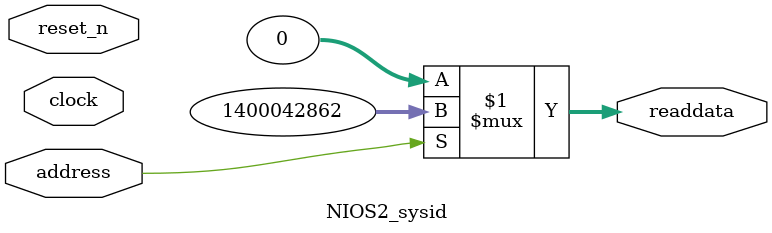
<source format=v>

`timescale 1ns / 1ps
// synthesis translate_on

// turn off superfluous verilog processor warnings 
// altera message_level Level1 
// altera message_off 10034 10035 10036 10037 10230 10240 10030 

module NIOS2_sysid (
               // inputs:
                address,
                clock,
                reset_n,

               // outputs:
                readdata
             )
;

  output  [ 31: 0] readdata;
  input            address;
  input            clock;
  input            reset_n;

  wire    [ 31: 0] readdata;
  //control_slave, which is an e_avalon_slave
  assign readdata = address ? 1400042862 : 0;

endmodule




</source>
